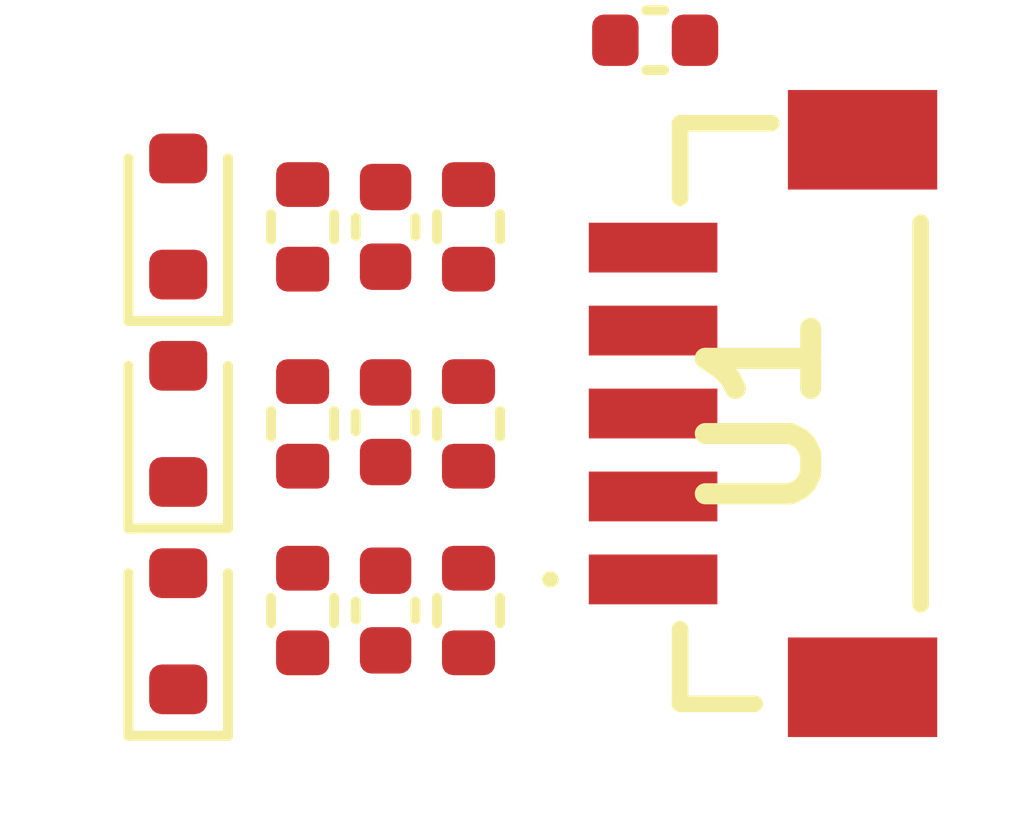
<source format=kicad_pcb>
(kicad_pcb (version 20241229) (generator "pcbnew") (generator_version "9.0")
  (layers (0 "F.Cu" signal) (2 "B.Cu" signal) (13 "F.Paste" user) (15 "B.Paste" user) (5 "F.SilkS" user "F.Silkscreen") (7 "B.SilkS" user "B.Silkscreen") (1 "F.Mask" user) (3 "B.Mask" user) (25 "Edge.Cuts" user))
  (net 0 "")
  (net 1 "B_PLUS_H2_IN")
  (net 2 "B_PLUS_H2_OUT")
  (net 3 "Z_PLUS_H3_OUT")
  (net 4 "V5V")
  (net 5 "A_PLUS_H1_IN")
  (net 6 "V3V3")
  (net 7 "GND")
  (net 8 "A_PLUS_H1_OUT")
  (net 9 "Z_PLUS_H3_IN")
  (footprint "R_0402_1005Metric:R_0402_1005Metric" (layer "F.Cu") (at 156.875 106.125 90)
    (property "Reference" "R1" (hide yes))
    (property "Value" "10k" (hide yes))
    (fp_line (start -0.153641 -0.38) (end 0.153641 -0.38) (stroke (width 0.12)) (layer "F.SilkS"))
    (fp_line (start -0.153641 0.38) (end 0.153641 0.38) (stroke (width 0.12)) (layer "F.SilkS"))
    (pad "1" smd roundrect (at -0.51 0 90) (size 0.54 0.64) (layers "F.Cu" "F.Mask" "F.Paste") (net 6 "V3V3"))
    (pad "2" smd roundrect (at 0.51 0 90) (size 0.54 0.64) (layers "F.Cu" "F.Mask" "F.Paste") (net 8 "A_PLUS_H1_OUT"))
  )
  (footprint "R_0402_1005Metric:R_0402_1005Metric" (layer "F.Cu") (at 156.875 101.5 90)
    (property "Reference" "R5" (hide yes))
    (property "Value" "10k" (hide yes))
    (fp_line (start -0.153641 -0.38) (end 0.153641 -0.38) (stroke (width 0.12)) (layer "F.SilkS"))
    (fp_line (start -0.153641 0.38) (end 0.153641 0.38) (stroke (width 0.12)) (layer "F.SilkS"))
    (pad "1" smd roundrect (at -0.51 0 90) (size 0.54 0.64) (layers "F.Cu" "F.Mask" "F.Paste") (net 6 "V3V3"))
    (pad "2" smd roundrect (at 0.51 0 90) (size 0.54 0.64) (layers "F.Cu" "F.Mask" "F.Paste") (net 3 "Z_PLUS_H3_OUT"))
  )
  (footprint "C_0402_1005Metric:C_0402_1005Metric" (layer "F.Cu") (at 161.125 99.25 180)
    (property "Reference" "C4" (hide yes))
    (property "Value" "100nF 16V" (hide yes))
    (fp_line (start -0.107836 0.36) (end 0.107836 0.36) (stroke (width 0.12)) (layer "F.SilkS"))
    (fp_line (start -0.107836 -0.36) (end 0.107836 -0.36) (stroke (width 0.12)) (layer "F.SilkS"))
    (pad "1" smd roundrect (at -0.48 0 180) (size 0.56 0.62) (layers "F.Cu" "F.Mask" "F.Paste") (net 4 "V5V"))
    (pad "2" smd roundrect (at 0.48 0 180) (size 0.56 0.62) (layers "F.Cu" "F.Mask" "F.Paste") (net 7 "GND"))
  )
  (footprint "R_0402_1005Metric:R_0402_1005Metric" (layer "F.Cu") (at 156.875 103.875 90)
    (property "Reference" "R3" (hide yes))
    (property "Value" "10k" (hide yes))
    (fp_line (start -0.153641 -0.38) (end 0.153641 -0.38) (stroke (width 0.12)) (layer "F.SilkS"))
    (fp_line (start -0.153641 0.38) (end 0.153641 0.38) (stroke (width 0.12)) (layer "F.SilkS"))
    (pad "1" smd roundrect (at -0.51 0 90) (size 0.54 0.64) (layers "F.Cu" "F.Mask" "F.Paste") (net 6 "V3V3"))
    (pad "2" smd roundrect (at 0.51 0 90) (size 0.54 0.64) (layers "F.Cu" "F.Mask" "F.Paste") (net 2 "B_PLUS_H2_OUT"))
  )
  (footprint "D_SOD-523:D_SOD-523" (layer "F.Cu") (at 155.375 101.375 90)
    (property "Reference" "D3" (hide yes))
    (property "Value" "BAT30KFILM" (hide yes))
    (fp_line (start 0.7 -0.6) (end -1.26 -0.6) (stroke (width 0.12)) (layer "F.SilkS"))
    (fp_line (start -1.26 -0.6) (end -1.26 0.6) (stroke (width 0.12)) (layer "F.SilkS"))
    (fp_line (start 0.7 0.6) (end -1.26 0.6) (stroke (width 0.12)) (layer "F.SilkS"))
    (pad "1" smd roundrect (at -0.7 0 270) (size 0.6 0.7) (layers "F.Cu" "F.Mask" "F.Paste") (net 6 "V3V3"))
    (pad "2" smd roundrect (at 0.7 0 270) (size 0.6 0.7) (layers "F.Cu" "F.Mask" "F.Paste") (net 3 "Z_PLUS_H3_OUT"))
  )
  (footprint "R_0402_1005Metric:R_0402_1005Metric" (layer "F.Cu") (at 158.875 103.875 90)
    (property "Reference" "R4" (hide yes))
    (property "Value" "10k" (hide yes))
    (fp_line (start -0.153641 -0.38) (end 0.153641 -0.38) (stroke (width 0.12)) (layer "F.SilkS"))
    (fp_line (start -0.153641 0.38) (end 0.153641 0.38) (stroke (width 0.12)) (layer "F.SilkS"))
    (pad "1" smd roundrect (at -0.51 0 90) (size 0.54 0.64) (layers "F.Cu" "F.Mask" "F.Paste") (net 1 "B_PLUS_H2_IN"))
    (pad "2" smd roundrect (at 0.51 0 90) (size 0.54 0.64) (layers "F.Cu" "F.Mask" "F.Paste") (net 2 "B_PLUS_H2_OUT"))
  )
  (footprint "BM05BSRSSTB:BM05BSRSSTB" (layer "F.Cu") (at 162.875 103.75 90)
    (property "Reference" "U1" (at 0 -0.45 90) (layer "F.SilkS") (effects (font (size 1.27 1.27) (thickness 0.254))))
    (property "Value" "BM05B-SRSS-TB" (hide yes))
    (fp_line (start -2 -3.063) (end -2 -3.063) (stroke (width 0.1)) (layer "F.SilkS"))
    (fp_line (start -2 -2.963) (end -2 -2.963) (stroke (width 0.1)) (layer "F.SilkS"))
    (fp_line (start 3.5 -1.45) (end 3.5 -0.35) (stroke (width 0.2)) (layer "F.SilkS"))
    (fp_line (start 2.6 -1.45) (end 3.5 -1.45) (stroke (width 0.2)) (layer "F.SilkS"))
    (fp_line (start -3.5 -1.45) (end -2.6 -1.45) (stroke (width 0.2)) (layer "F.SilkS"))
    (fp_line (start -3.5 -0.55) (end -3.5 -1.45) (stroke (width 0.2)) (layer "F.SilkS"))
    (fp_line (start -2.3 1.45) (end 2.3 1.45) (stroke (width 0.2)) (layer "F.SilkS"))
    (fp_arc (start -2 -3.063) (mid -1.95 -3.013) (end -2 -2.963) (stroke (width 0.1)) (layer "F.SilkS"))
    (fp_arc (start -2 -2.963) (mid -2.05 -3.013) (end -2 -3.063) (stroke (width 0.1)) (layer "F.SilkS"))
    (pad "1" smd rect (at -2 -1.775 90) (size 0.6 1.55) (layers "F.Cu" "F.Mask" "F.Paste") (net 5 "A_PLUS_H1_IN"))
    (pad "2" smd rect (at -1 -1.775 90) (size 0.6 1.55) (layers "F.Cu" "F.Mask" "F.Paste") (net 1 "B_PLUS_H2_IN"))
    (pad "3" smd rect (at 0 -1.775 90) (size 0.6 1.55) (layers "F.Cu" "F.Mask" "F.Paste") (net 9 "Z_PLUS_H3_IN"))
    (pad "4" smd rect (at 1 -1.775 90) (size 0.6 1.55) (layers "F.Cu" "F.Mask" "F.Paste") (net 4 "V5V"))
    (pad "5" smd rect (at 2 -1.775 90) (size 0.6 1.55) (layers "F.Cu" "F.Mask" "F.Paste") (net 7 "GND"))
    (pad "MP1" smd rect (at -3.3 0.75 90) (size 1.2 1.8) (layers "F.Cu" "F.Mask" "F.Paste") (net 7 "GND"))
    (pad "MP2" smd rect (at 3.3 0.75 90) (size 1.2 1.8) (layers "F.Cu" "F.Mask" "F.Paste") (net 7 "GND"))
  )
  (footprint "D_SOD-523:D_SOD-523" (layer "F.Cu") (at 155.375 103.875 90)
    (property "Reference" "D2" (hide yes))
    (property "Value" "BAT30KFILM" (hide yes))
    (fp_line (start 0.7 -0.6) (end -1.26 -0.6) (stroke (width 0.12)) (layer "F.SilkS"))
    (fp_line (start -1.26 -0.6) (end -1.26 0.6) (stroke (width 0.12)) (layer "F.SilkS"))
    (fp_line (start 0.7 0.6) (end -1.26 0.6) (stroke (width 0.12)) (layer "F.SilkS"))
    (pad "1" smd roundrect (at -0.7 0 270) (size 0.6 0.7) (layers "F.Cu" "F.Mask" "F.Paste") (net 6 "V3V3"))
    (pad "2" smd roundrect (at 0.7 0 270) (size 0.6 0.7) (layers "F.Cu" "F.Mask" "F.Paste") (net 2 "B_PLUS_H2_OUT"))
  )
  (footprint "R_0402_1005Metric:R_0402_1005Metric" (layer "F.Cu") (at 158.875 101.5 90)
    (property "Reference" "R6" (hide yes))
    (property "Value" "10k" (hide yes))
    (fp_line (start -0.153641 -0.38) (end 0.153641 -0.38) (stroke (width 0.12)) (layer "F.SilkS"))
    (fp_line (start -0.153641 0.38) (end 0.153641 0.38) (stroke (width 0.12)) (layer "F.SilkS"))
    (pad "1" smd roundrect (at -0.51 0 90) (size 0.54 0.64) (layers "F.Cu" "F.Mask" "F.Paste") (net 9 "Z_PLUS_H3_IN"))
    (pad "2" smd roundrect (at 0.51 0 90) (size 0.54 0.64) (layers "F.Cu" "F.Mask" "F.Paste") (net 3 "Z_PLUS_H3_OUT"))
  )
  (footprint "C_0402_1005Metric:C_0402_1005Metric" (layer "F.Cu") (at 157.875 101.5 -90)
    (property "Reference" "C3" (hide yes))
    (property "Value" "10pF 10V" (hide yes))
    (fp_line (start -0.107836 0.36) (end 0.107836 0.36) (stroke (width 0.12)) (layer "F.SilkS"))
    (fp_line (start -0.107836 -0.36) (end 0.107836 -0.36) (stroke (width 0.12)) (layer "F.SilkS"))
    (pad "1" smd roundrect (at -0.48 0 270) (size 0.56 0.62) (layers "F.Cu" "F.Mask" "F.Paste") (net 3 "Z_PLUS_H3_OUT"))
    (pad "2" smd roundrect (at 0.48 0 270) (size 0.56 0.62) (layers "F.Cu" "F.Mask" "F.Paste") (net 7 "GND"))
  )
  (footprint "C_0402_1005Metric:C_0402_1005Metric" (layer "F.Cu") (at 157.875 106.125 -90)
    (property "Reference" "C1" (hide yes))
    (property "Value" "10pF 10V" (hide yes))
    (fp_line (start -0.107836 0.36) (end 0.107836 0.36) (stroke (width 0.12)) (layer "F.SilkS"))
    (fp_line (start -0.107836 -0.36) (end 0.107836 -0.36) (stroke (width 0.12)) (layer "F.SilkS"))
    (pad "1" smd roundrect (at -0.48 0 270) (size 0.56 0.62) (layers "F.Cu" "F.Mask" "F.Paste") (net 8 "A_PLUS_H1_OUT"))
    (pad "2" smd roundrect (at 0.48 0 270) (size 0.56 0.62) (layers "F.Cu" "F.Mask" "F.Paste") (net 7 "GND"))
  )
  (footprint "C_0402_1005Metric:C_0402_1005Metric" (layer "F.Cu") (at 157.875 103.855 -90)
    (property "Reference" "C2" (hide yes))
    (property "Value" "10pF 10V" (hide yes))
    (fp_line (start -0.107836 0.36) (end 0.107836 0.36) (stroke (width 0.12)) (layer "F.SilkS"))
    (fp_line (start -0.107836 -0.36) (end 0.107836 -0.36) (stroke (width 0.12)) (layer "F.SilkS"))
    (pad "1" smd roundrect (at -0.48 0 270) (size 0.56 0.62) (layers "F.Cu" "F.Mask" "F.Paste") (net 2 "B_PLUS_H2_OUT"))
    (pad "2" smd roundrect (at 0.48 0 270) (size 0.56 0.62) (layers "F.Cu" "F.Mask" "F.Paste") (net 7 "GND"))
  )
  (footprint "D_SOD-523:D_SOD-523" (layer "F.Cu") (at 155.375 106.375 90)
    (property "Reference" "D1" (hide yes))
    (property "Value" "BAT30KFILM" (hide yes))
    (fp_line (start 0.7 -0.6) (end -1.26 -0.6) (stroke (width 0.12)) (layer "F.SilkS"))
    (fp_line (start -1.26 -0.6) (end -1.26 0.6) (stroke (width 0.12)) (layer "F.SilkS"))
    (fp_line (start 0.7 0.6) (end -1.26 0.6) (stroke (width 0.12)) (layer "F.SilkS"))
    (pad "1" smd roundrect (at -0.7 0 270) (size 0.6 0.7) (layers "F.Cu" "F.Mask" "F.Paste") (net 6 "V3V3"))
    (pad "2" smd roundrect (at 0.7 0 270) (size 0.6 0.7) (layers "F.Cu" "F.Mask" "F.Paste") (net 8 "A_PLUS_H1_OUT"))
  )
  (footprint "R_0402_1005Metric:R_0402_1005Metric" (layer "F.Cu") (at 158.875 106.125 90)
    (property "Reference" "R2" (hide yes))
    (property "Value" "10k" (hide yes))
    (fp_line (start -0.153641 -0.38) (end 0.153641 -0.38) (stroke (width 0.12)) (layer "F.SilkS"))
    (fp_line (start -0.153641 0.38) (end 0.153641 0.38) (stroke (width 0.12)) (layer "F.SilkS"))
    (pad "1" smd roundrect (at -0.51 0 90) (size 0.54 0.64) (layers "F.Cu" "F.Mask" "F.Paste") (net 5 "A_PLUS_H1_IN"))
    (pad "2" smd roundrect (at 0.51 0 90) (size 0.54 0.64) (layers "F.Cu" "F.Mask" "F.Paste") (net 8 "A_PLUS_H1_OUT"))
  )
)
</source>
